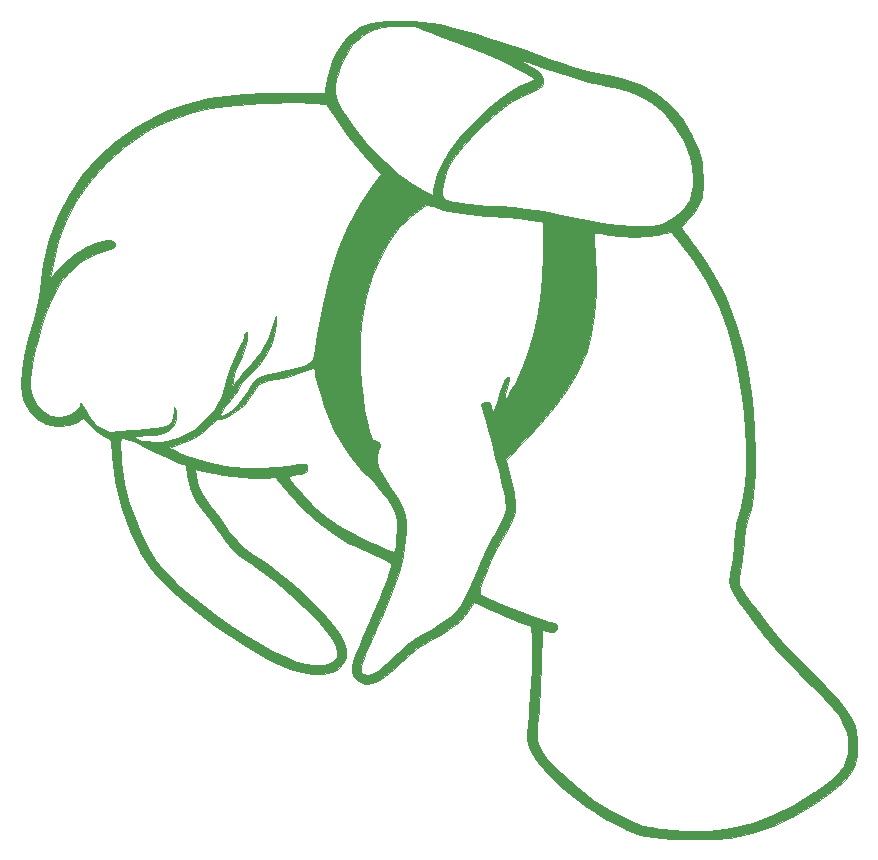
<source format=gbo>
G04 #@! TF.GenerationSoftware,KiCad,Pcbnew,(5.1.4-0)*
G04 #@! TF.CreationDate,2021-03-11T23:06:33-05:00*
G04 #@! TF.ProjectId,mxnatee_bot_plate,6d786e61-7465-4655-9f62-6f745f706c61,rev?*
G04 #@! TF.SameCoordinates,Original*
G04 #@! TF.FileFunction,Legend,Bot*
G04 #@! TF.FilePolarity,Positive*
%FSLAX46Y46*%
G04 Gerber Fmt 4.6, Leading zero omitted, Abs format (unit mm)*
G04 Created by KiCad (PCBNEW (5.1.4-0)) date 2021-03-11 23:06:33*
%MOMM*%
%LPD*%
G04 APERTURE LIST*
%ADD10C,0.010000*%
%ADD11C,4.502000*%
G04 APERTURE END LIST*
D10*
G36*
X64988799Y-25769696D02*
G01*
X64072617Y-25866826D01*
X63306999Y-26046456D01*
X62643991Y-26319146D01*
X62149362Y-26615416D01*
X61598787Y-27088984D01*
X61052516Y-27727238D01*
X60574271Y-28447911D01*
X60287265Y-29019500D01*
X60120760Y-29486742D01*
X59956111Y-30068692D01*
X59815283Y-30672813D01*
X59720243Y-31206570D01*
X59691878Y-31527750D01*
X59690000Y-31877000D01*
X56509995Y-31876999D01*
X54560871Y-31902799D01*
X52826517Y-31984050D01*
X51272606Y-32126532D01*
X49864814Y-32336022D01*
X48568813Y-32618301D01*
X47350278Y-32979145D01*
X46174883Y-33424335D01*
X45475432Y-33734637D01*
X43619175Y-34735476D01*
X41933307Y-35920405D01*
X40424860Y-37279015D01*
X39100865Y-38800895D01*
X37968355Y-40475636D01*
X37034360Y-42292828D01*
X36305913Y-44242061D01*
X35790045Y-46312925D01*
X35493787Y-48495011D01*
X35492231Y-48514000D01*
X35409911Y-49142594D01*
X35264284Y-49897775D01*
X35078276Y-50667212D01*
X34986813Y-50990500D01*
X34517273Y-52679016D01*
X34181471Y-54155761D01*
X33978952Y-55424623D01*
X33909262Y-56489489D01*
X33971947Y-57354246D01*
X34165383Y-58020210D01*
X34663647Y-58880879D01*
X35274554Y-59514085D01*
X35999032Y-59920480D01*
X36838012Y-60100716D01*
X37147607Y-60110611D01*
X37994639Y-60001932D01*
X38707552Y-59700193D01*
X38993153Y-59489476D01*
X39123398Y-59420053D01*
X39264871Y-59479788D01*
X39466678Y-59701492D01*
X39628153Y-59913757D01*
X40235312Y-60527282D01*
X40780750Y-60871864D01*
X41493000Y-61235798D01*
X41579582Y-62590149D01*
X41844314Y-64767164D01*
X42353560Y-66881575D01*
X43102509Y-68919163D01*
X44086350Y-70865709D01*
X44728527Y-71896374D01*
X45406941Y-72774392D01*
X46318015Y-73728211D01*
X47454123Y-74751304D01*
X48807636Y-75837143D01*
X50370929Y-76979200D01*
X51808526Y-77956033D01*
X53241063Y-78867965D01*
X54519381Y-79609070D01*
X55666872Y-80190098D01*
X56706928Y-80621799D01*
X57662942Y-80914925D01*
X58558304Y-81080225D01*
X58622593Y-81087650D01*
X59475753Y-81096585D01*
X60204678Y-80934244D01*
X60785989Y-80618408D01*
X61196305Y-80166855D01*
X61412247Y-79597364D01*
X61414418Y-79237634D01*
X60699167Y-79237634D01*
X60623821Y-79646549D01*
X60480695Y-79879101D01*
X60104181Y-80150533D01*
X59540220Y-80291296D01*
X58819411Y-80300999D01*
X57972353Y-80179247D01*
X57029647Y-79925649D01*
X57023000Y-79923480D01*
X56139782Y-79577810D01*
X55128734Y-79085098D01*
X54022881Y-78469258D01*
X52855246Y-77754203D01*
X51658854Y-76963847D01*
X50466729Y-76122102D01*
X49311895Y-75252882D01*
X48227376Y-74380102D01*
X47246195Y-73527674D01*
X46401377Y-72719511D01*
X45725947Y-71979528D01*
X45334113Y-71459288D01*
X44703101Y-70401543D01*
X44088407Y-69176325D01*
X43526676Y-67869344D01*
X43054557Y-66566313D01*
X42708697Y-65352942D01*
X42691178Y-65278000D01*
X42614899Y-64869249D01*
X42537244Y-64322463D01*
X42463357Y-63693930D01*
X42398385Y-63039938D01*
X42347472Y-62416775D01*
X42315763Y-61880729D01*
X42308405Y-61488088D01*
X42327693Y-61301562D01*
X42387208Y-61179212D01*
X42473849Y-61104453D01*
X42614523Y-61086364D01*
X42836137Y-61134025D01*
X43165596Y-61256516D01*
X43629808Y-61462916D01*
X44255678Y-61762304D01*
X45070114Y-62163759D01*
X45466000Y-62360572D01*
X46042238Y-62639962D01*
X46604918Y-62900084D01*
X47071813Y-63103481D01*
X47267138Y-63181003D01*
X47861775Y-63400929D01*
X47945141Y-64244214D01*
X48177791Y-65318542D01*
X48655326Y-66357131D01*
X49369224Y-67341618D01*
X49397178Y-67373500D01*
X49791142Y-67851620D01*
X50234443Y-68437627D01*
X50644988Y-69022051D01*
X50730555Y-69151500D01*
X51077623Y-69662342D01*
X51413304Y-70094163D01*
X51778838Y-70485154D01*
X52215470Y-70873506D01*
X52764440Y-71297411D01*
X53466993Y-71795060D01*
X53918748Y-72103828D01*
X55374790Y-73178847D01*
X56855755Y-74437152D01*
X58299070Y-75823571D01*
X59106278Y-76677824D01*
X59802803Y-77489385D01*
X60295739Y-78175545D01*
X60592167Y-78752797D01*
X60699167Y-79237634D01*
X61414418Y-79237634D01*
X61416074Y-78963411D01*
X61275624Y-78431827D01*
X60998253Y-77858666D01*
X60566148Y-77217334D01*
X59961497Y-76481236D01*
X59208080Y-75666877D01*
X58021357Y-74473843D01*
X56922522Y-73455204D01*
X55864347Y-72570278D01*
X54799600Y-71778382D01*
X54292500Y-71432750D01*
X53473612Y-70873471D01*
X52833523Y-70393310D01*
X52327533Y-69950710D01*
X51910939Y-69504110D01*
X51539039Y-69011952D01*
X51304359Y-68654700D01*
X50935102Y-68112236D01*
X50483631Y-67510390D01*
X50043341Y-66973292D01*
X50014360Y-66940200D01*
X49365730Y-66074776D01*
X48935728Y-65180059D01*
X48705339Y-64275009D01*
X48612342Y-63716518D01*
X48975921Y-63794094D01*
X49285733Y-63860089D01*
X49742943Y-63957357D01*
X50228500Y-64060575D01*
X50994127Y-64199779D01*
X51850830Y-64317231D01*
X52727570Y-64406632D01*
X53553306Y-64461684D01*
X54256999Y-64476087D01*
X54676415Y-64454951D01*
X55441330Y-64374959D01*
X56327415Y-65477544D01*
X57685161Y-67000857D01*
X59136891Y-68313472D01*
X60664594Y-69400022D01*
X61468000Y-69862606D01*
X61802629Y-70030154D01*
X62304959Y-70269074D01*
X62909975Y-70548954D01*
X63552664Y-70839383D01*
X63626601Y-70872330D01*
X64286187Y-71179222D01*
X64797012Y-71444568D01*
X65129274Y-71651716D01*
X65252706Y-71780950D01*
X65223913Y-72018479D01*
X65094383Y-72463521D01*
X64872463Y-73094209D01*
X64566503Y-73888672D01*
X64184850Y-74825042D01*
X63735854Y-75881451D01*
X63359053Y-76741367D01*
X62875119Y-77844747D01*
X62496124Y-78745362D01*
X62216828Y-79469305D01*
X62031989Y-80042670D01*
X61936365Y-80491550D01*
X61924716Y-80842038D01*
X61991801Y-81120229D01*
X62132377Y-81352214D01*
X62341204Y-81564089D01*
X62383117Y-81599986D01*
X62759684Y-81842184D01*
X63159213Y-81935121D01*
X63604867Y-81869409D01*
X64119813Y-81635656D01*
X64727215Y-81224473D01*
X65450238Y-80626470D01*
X65986502Y-80139362D01*
X66764031Y-79445475D01*
X67469040Y-78890997D01*
X68184148Y-78414221D01*
X68697415Y-78114579D01*
X69522881Y-77642787D01*
X70162707Y-77246469D01*
X70660493Y-76891716D01*
X71059840Y-76544623D01*
X71404351Y-76171280D01*
X71716952Y-75766379D01*
X72298483Y-74964523D01*
X73709492Y-75630706D01*
X74375180Y-75936628D01*
X75071969Y-76242970D01*
X75706006Y-76509138D01*
X76089032Y-76659908D01*
X77057563Y-77022927D01*
X77141936Y-78034641D01*
X77175816Y-78747691D01*
X77179447Y-79654014D01*
X77155149Y-80694981D01*
X77105240Y-81811960D01*
X77032039Y-82946322D01*
X76937865Y-84039436D01*
X76884442Y-84545107D01*
X76798618Y-85394808D01*
X76763807Y-86052930D01*
X76786331Y-86577929D01*
X76872516Y-87028265D01*
X77028687Y-87462394D01*
X77249120Y-87915886D01*
X77548237Y-88369887D01*
X78015358Y-88935716D01*
X78612646Y-89576383D01*
X79302266Y-90254899D01*
X80046381Y-90934277D01*
X80807155Y-91577526D01*
X81546752Y-92147659D01*
X81664643Y-92232506D01*
X82481509Y-92775585D01*
X83381530Y-93309079D01*
X84309414Y-93805212D01*
X85209870Y-94236208D01*
X86027607Y-94574293D01*
X86707333Y-94791690D01*
X86804500Y-94814497D01*
X87381733Y-94906140D01*
X88154310Y-94978951D01*
X89064210Y-95031986D01*
X90053407Y-95064299D01*
X91063879Y-95074947D01*
X92037601Y-95062986D01*
X92916550Y-95027472D01*
X93642701Y-94967459D01*
X93916500Y-94930232D01*
X95814124Y-94522809D01*
X97612058Y-93922761D01*
X99355876Y-93111568D01*
X101091154Y-92070709D01*
X101301669Y-91929022D01*
X102260215Y-91250273D01*
X103015822Y-90652311D01*
X103596035Y-90109185D01*
X104028401Y-89594948D01*
X104340466Y-89083649D01*
X104356633Y-89051141D01*
X104534832Y-88653870D01*
X104641773Y-88295764D01*
X104694762Y-87885840D01*
X104711104Y-87333115D01*
X104711500Y-87185500D01*
X104708982Y-87103634D01*
X103943679Y-87103634D01*
X103913752Y-87747005D01*
X103800075Y-88309081D01*
X103579304Y-88822313D01*
X103228096Y-89319153D01*
X102723107Y-89832053D01*
X102040993Y-90393465D01*
X101158411Y-91035841D01*
X101071423Y-91096594D01*
X99342714Y-92188388D01*
X97619216Y-93044043D01*
X95863828Y-93677869D01*
X94039445Y-94104178D01*
X92837000Y-94272747D01*
X92076179Y-94323770D01*
X91150697Y-94338992D01*
X90147070Y-94320365D01*
X89151818Y-94269840D01*
X88251457Y-94189370D01*
X88051377Y-94164808D01*
X87255133Y-94044500D01*
X86610870Y-93903149D01*
X86016641Y-93713730D01*
X85398693Y-93461612D01*
X83880931Y-92691098D01*
X82350273Y-91715502D01*
X80861817Y-90574475D01*
X79470657Y-89307665D01*
X79097929Y-88927290D01*
X78482745Y-88255934D01*
X78041756Y-87688399D01*
X77754564Y-87165259D01*
X77600772Y-86627089D01*
X77559979Y-86014463D01*
X77611789Y-85267957D01*
X77672799Y-84775567D01*
X77731968Y-84228258D01*
X77790886Y-83486996D01*
X77845928Y-82611806D01*
X77893471Y-81662714D01*
X77929891Y-80699744D01*
X77939781Y-80353527D01*
X78017775Y-77331554D01*
X78410638Y-77419022D01*
X78826161Y-77497601D01*
X79064173Y-77486688D01*
X79191007Y-77367899D01*
X79256522Y-77184579D01*
X79296225Y-76985892D01*
X79243936Y-76859362D01*
X79049226Y-76760741D01*
X78661669Y-76645783D01*
X78633679Y-76638086D01*
X77958478Y-76433797D01*
X77163814Y-76163362D01*
X76301465Y-75847409D01*
X75423206Y-75506565D01*
X74580812Y-75161460D01*
X73826060Y-74832721D01*
X73210724Y-74540977D01*
X72793687Y-74311364D01*
X72751382Y-74143429D01*
X72810125Y-73791027D01*
X72953626Y-73294964D01*
X73165593Y-72696045D01*
X73429735Y-72035076D01*
X73729764Y-71352863D01*
X74049386Y-70690210D01*
X74372313Y-70087924D01*
X74676441Y-69595351D01*
X75172423Y-68796130D01*
X75510479Y-68062137D01*
X75697369Y-67338995D01*
X75739848Y-66572328D01*
X75644675Y-65707760D01*
X75418607Y-64690915D01*
X75327839Y-64353686D01*
X74948349Y-62984873D01*
X76262738Y-61623186D01*
X77816401Y-59936599D01*
X79133970Y-58340355D01*
X80216286Y-56833260D01*
X81064185Y-55414120D01*
X81678508Y-54081742D01*
X81802987Y-53740940D01*
X82201601Y-52285604D01*
X82466615Y-50636444D01*
X82595781Y-48817040D01*
X82586847Y-46850971D01*
X82542058Y-45997543D01*
X82498214Y-45277476D01*
X82466852Y-44649109D01*
X82449521Y-44154689D01*
X82447770Y-43836463D01*
X82459171Y-43736496D01*
X82603525Y-43729471D01*
X82937653Y-43762953D01*
X83401771Y-43830155D01*
X83646881Y-43871297D01*
X84730542Y-44008302D01*
X85842439Y-44055151D01*
X86901314Y-44012630D01*
X87825907Y-43881525D01*
X88050909Y-43828723D01*
X88916318Y-43603089D01*
X89465005Y-44248794D01*
X90840603Y-46030134D01*
X92010183Y-47901384D01*
X92984011Y-49885631D01*
X93772356Y-52005964D01*
X94385486Y-54285470D01*
X94733660Y-56095851D01*
X94967029Y-57643232D01*
X95132347Y-59033082D01*
X95237114Y-60350370D01*
X95288829Y-61680069D01*
X95297459Y-62484000D01*
X95275929Y-63822363D01*
X95201389Y-64965565D01*
X95067169Y-65968183D01*
X94866599Y-66884792D01*
X94684448Y-67500500D01*
X94475425Y-68353251D01*
X94342090Y-69373671D01*
X94318365Y-69708193D01*
X94261147Y-70412816D01*
X94173306Y-71164537D01*
X94070311Y-71838109D01*
X94027988Y-72059275D01*
X93919187Y-72711319D01*
X93879718Y-73256987D01*
X93900362Y-73555137D01*
X94009041Y-73853207D01*
X94253104Y-74293677D01*
X94639054Y-74886038D01*
X95173390Y-75639782D01*
X95862616Y-76564398D01*
X96713233Y-77669379D01*
X96759062Y-77728180D01*
X97103301Y-78141930D01*
X97595248Y-78694722D01*
X98199877Y-79349174D01*
X98882167Y-80067905D01*
X99607092Y-80813533D01*
X100324810Y-81534000D01*
X101099039Y-82303622D01*
X101714442Y-82923815D01*
X102194655Y-83421853D01*
X102563312Y-83825011D01*
X102844049Y-84160563D01*
X103060500Y-84455783D01*
X103236300Y-84737946D01*
X103395085Y-85034326D01*
X103445426Y-85135134D01*
X103694169Y-85664370D01*
X103842750Y-86074161D01*
X103916791Y-86465729D01*
X103941911Y-86940298D01*
X103943679Y-87103634D01*
X104708982Y-87103634D01*
X104692114Y-86555262D01*
X104623014Y-85984391D01*
X104487786Y-85446401D01*
X104270017Y-84914806D01*
X103953294Y-84363122D01*
X103521203Y-83764862D01*
X102957331Y-83093542D01*
X102245265Y-82322676D01*
X101368590Y-81425778D01*
X100776315Y-80835500D01*
X99520182Y-79565127D01*
X98455759Y-78430368D01*
X97569838Y-77416752D01*
X96951012Y-76644500D01*
X96272060Y-75751069D01*
X95735822Y-75036198D01*
X95327516Y-74479174D01*
X95032356Y-74059283D01*
X94835558Y-73755813D01*
X94722338Y-73548050D01*
X94696884Y-73486391D01*
X94684680Y-73267700D01*
X94719121Y-72864464D01*
X94793255Y-72340420D01*
X94867285Y-71924194D01*
X94979071Y-71257592D01*
X95066062Y-70572622D01*
X95115887Y-69975132D01*
X95123000Y-69736434D01*
X95190170Y-68914118D01*
X95372689Y-68148087D01*
X95376189Y-68137857D01*
X95611486Y-67388804D01*
X95790396Y-66651572D01*
X95919240Y-65875150D01*
X96004337Y-65008523D01*
X96052007Y-64000680D01*
X96068568Y-62800608D01*
X96068720Y-62547500D01*
X95998190Y-60178318D01*
X95796270Y-57849699D01*
X95469767Y-55598489D01*
X95025490Y-53461532D01*
X94470246Y-51475677D01*
X93810844Y-49677768D01*
X93602515Y-49199897D01*
X93095596Y-48189722D01*
X92449104Y-47071082D01*
X91705325Y-45912838D01*
X90906544Y-44783846D01*
X90818089Y-44665666D01*
X90440187Y-44158427D01*
X90124690Y-43724899D01*
X89899787Y-43404585D01*
X89793667Y-43236984D01*
X89789000Y-43223629D01*
X89876720Y-43105877D01*
X90103676Y-42878831D01*
X90339839Y-42663654D01*
X90829823Y-42111493D01*
X91239664Y-41415475D01*
X91257207Y-41377643D01*
X91421924Y-40995573D01*
X91528013Y-40665458D01*
X91587755Y-40312285D01*
X91613429Y-39861039D01*
X91617318Y-39236709D01*
X91617067Y-39179500D01*
X91613489Y-39011083D01*
X90789163Y-39011083D01*
X90766766Y-39758429D01*
X90679600Y-40430275D01*
X90530683Y-40948048D01*
X90496439Y-41021000D01*
X89960421Y-41793893D01*
X89229415Y-42408016D01*
X88311170Y-42857607D01*
X87820500Y-43009557D01*
X87243565Y-43102747D01*
X86478262Y-43142414D01*
X85583878Y-43131478D01*
X84619694Y-43072859D01*
X83644995Y-42969474D01*
X82719065Y-42824244D01*
X82659775Y-42812093D01*
X78137887Y-42812093D01*
X78072746Y-45567796D01*
X77991372Y-47545157D01*
X77839899Y-49316240D01*
X77608811Y-50921435D01*
X77288587Y-52401135D01*
X76869712Y-53795729D01*
X76342665Y-55145611D01*
X75697930Y-56491170D01*
X75344141Y-57146857D01*
X75120788Y-57523141D01*
X74945484Y-57773301D01*
X74850377Y-57852531D01*
X74843870Y-57844109D01*
X74855299Y-57667505D01*
X74924469Y-57319748D01*
X75036789Y-56873166D01*
X75047828Y-56833078D01*
X75159578Y-56392684D01*
X75225650Y-56055846D01*
X75233316Y-55888864D01*
X75230058Y-55883724D01*
X75106158Y-55906934D01*
X74932133Y-56125151D01*
X74734451Y-56491203D01*
X74539577Y-56957919D01*
X74412700Y-57340500D01*
X74262064Y-57830706D01*
X74118522Y-58263536D01*
X74012989Y-58545793D01*
X74012465Y-58547000D01*
X73874425Y-58864500D01*
X73746966Y-58445213D01*
X73630415Y-58161303D01*
X73460611Y-58059983D01*
X73227004Y-58064213D01*
X72941315Y-58137427D01*
X72879247Y-58287992D01*
X72880395Y-58293000D01*
X72929667Y-58482887D01*
X73031286Y-58864718D01*
X73171024Y-59385319D01*
X73334651Y-59991513D01*
X73356168Y-60071000D01*
X73752808Y-61540637D01*
X74085185Y-62787760D01*
X74357249Y-63834524D01*
X74572952Y-64703083D01*
X74736247Y-65415591D01*
X74851085Y-65994204D01*
X74921417Y-66461075D01*
X74951196Y-66838360D01*
X74944372Y-67148211D01*
X74904899Y-67412785D01*
X74836728Y-67654236D01*
X74749348Y-67881500D01*
X74579366Y-68226777D01*
X74315122Y-68695418D01*
X74005861Y-69201211D01*
X73915132Y-69342000D01*
X73618804Y-69850205D01*
X73275918Y-70525776D01*
X72921637Y-71295582D01*
X72591125Y-72086493D01*
X72571651Y-72136000D01*
X72194480Y-73084706D01*
X71882260Y-73831797D01*
X71615586Y-74415242D01*
X71375055Y-74873008D01*
X71141262Y-75243065D01*
X70894804Y-75563380D01*
X70717460Y-75764158D01*
X70192021Y-76246194D01*
X69479024Y-76770287D01*
X68632407Y-77299788D01*
X67774155Y-77764078D01*
X67334325Y-78033002D01*
X66782822Y-78443268D01*
X66179319Y-78948715D01*
X65819793Y-79275918D01*
X65312275Y-79744312D01*
X64820164Y-80183482D01*
X64398864Y-80544890D01*
X64103783Y-80779999D01*
X64098333Y-80783961D01*
X63612267Y-81057394D01*
X63187822Y-81145870D01*
X62864619Y-81046229D01*
X62734672Y-80892780D01*
X62681824Y-80763717D01*
X62664625Y-80609216D01*
X62692823Y-80400360D01*
X62776167Y-80108230D01*
X62924405Y-79703910D01*
X63147284Y-79158482D01*
X63454552Y-78443029D01*
X63855957Y-77528632D01*
X63909883Y-77406500D01*
X64538896Y-75962170D01*
X65060732Y-74713595D01*
X65484459Y-73630690D01*
X65819145Y-72683371D01*
X66073857Y-71841553D01*
X66257663Y-71075152D01*
X66379631Y-70354083D01*
X66448829Y-69648262D01*
X66474323Y-68927605D01*
X66474566Y-68897500D01*
X66473762Y-68834000D01*
X65718854Y-68834000D01*
X65697068Y-69658193D01*
X65638264Y-70256144D01*
X65543800Y-70619261D01*
X65417848Y-70739000D01*
X65269671Y-70688942D01*
X64933559Y-70550967D01*
X64452307Y-70343370D01*
X63868705Y-70084447D01*
X63542099Y-69937010D01*
X62088486Y-69229617D01*
X60836869Y-68509854D01*
X59736433Y-67740823D01*
X58736361Y-66885622D01*
X57785839Y-65907350D01*
X57428980Y-65497923D01*
X57061904Y-65058804D01*
X56765186Y-64691008D01*
X56572306Y-64436886D01*
X56515000Y-64341684D01*
X56618052Y-64270206D01*
X56699249Y-64262000D01*
X56924612Y-64236513D01*
X57294065Y-64171550D01*
X57524749Y-64124476D01*
X57906853Y-64026876D01*
X58098864Y-63918763D01*
X58162573Y-63756918D01*
X58166000Y-63675990D01*
X58105548Y-63413567D01*
X57999427Y-63301107D01*
X57807583Y-63292750D01*
X57430256Y-63323119D01*
X56931963Y-63386050D01*
X56634177Y-63431583D01*
X55535620Y-63558389D01*
X54305119Y-63615085D01*
X53045569Y-63601774D01*
X51859865Y-63518560D01*
X51171630Y-63426051D01*
X50457965Y-63280951D01*
X49643314Y-63074952D01*
X48800777Y-62830323D01*
X48003452Y-62569333D01*
X47324441Y-62314250D01*
X46916031Y-62129654D01*
X46455556Y-61893416D01*
X47326028Y-61608721D01*
X48392901Y-61162956D01*
X49311927Y-60556242D01*
X49905693Y-60013928D01*
X50241993Y-59710188D01*
X50548265Y-59500401D01*
X50731193Y-59434759D01*
X51114074Y-59352919D01*
X51599773Y-59139932D01*
X52107563Y-58840227D01*
X52556718Y-58498234D01*
X52720493Y-58339930D01*
X53044853Y-57954832D01*
X53402653Y-57472970D01*
X53635258Y-57125141D01*
X53830827Y-56822760D01*
X54008092Y-56601224D01*
X54213170Y-56438706D01*
X54492178Y-56313375D01*
X54891233Y-56203402D01*
X55456450Y-56086958D01*
X56070610Y-55972378D01*
X56693576Y-55825178D01*
X57348117Y-55619946D01*
X57889861Y-55402280D01*
X58351798Y-55204050D01*
X58640113Y-55129154D01*
X58730923Y-55164123D01*
X58772739Y-55357469D01*
X58844172Y-55718449D01*
X58920338Y-56118891D01*
X59066594Y-56721498D01*
X59301344Y-57483026D01*
X59599211Y-58335349D01*
X59934822Y-59210342D01*
X60282801Y-60039880D01*
X60617773Y-60755835D01*
X60723506Y-60960000D01*
X61224057Y-61805919D01*
X61814146Y-62659937D01*
X62439072Y-63449900D01*
X63044130Y-64103658D01*
X63255412Y-64299563D01*
X63777101Y-64818835D01*
X64340263Y-65479452D01*
X64876252Y-66193871D01*
X65316421Y-66874549D01*
X65420037Y-67060047D01*
X65568168Y-67375457D01*
X65658733Y-67692825D01*
X65704646Y-68088812D01*
X65718818Y-68640081D01*
X65718854Y-68834000D01*
X66473762Y-68834000D01*
X66465673Y-68195957D01*
X66412833Y-67628399D01*
X66293640Y-67132423D01*
X66085692Y-66645630D01*
X65766583Y-66105618D01*
X65313911Y-65449984D01*
X65160612Y-65237789D01*
X64611289Y-64424855D01*
X64247615Y-63740326D01*
X64059702Y-63150491D01*
X64037660Y-62621641D01*
X64171601Y-62120069D01*
X64216488Y-62019531D01*
X64335609Y-61639317D01*
X64251844Y-61405137D01*
X63956890Y-61299763D01*
X63865959Y-61292316D01*
X63734548Y-61258960D01*
X63620284Y-61153497D01*
X63513127Y-60945554D01*
X63403036Y-60604758D01*
X63279971Y-60100738D01*
X63133891Y-59403121D01*
X62979391Y-58610500D01*
X62825131Y-57589022D01*
X62713279Y-56401594D01*
X62645672Y-55122836D01*
X62624147Y-53827367D01*
X62650541Y-52589805D01*
X62726691Y-51484768D01*
X62790982Y-50956877D01*
X63148908Y-49101587D01*
X63652256Y-47386615D01*
X64292158Y-45828942D01*
X65059742Y-44445553D01*
X65946139Y-43253429D01*
X66942479Y-42269555D01*
X67576044Y-41795129D01*
X67977126Y-41532503D01*
X68239735Y-41392583D01*
X68436401Y-41356674D01*
X68639655Y-41406085D01*
X68812722Y-41476387D01*
X69636341Y-41757948D01*
X70642743Y-41982740D01*
X71852955Y-42154362D01*
X73288002Y-42276414D01*
X73593527Y-42294617D01*
X74964241Y-42383058D01*
X76100165Y-42482536D01*
X77020346Y-42595065D01*
X77743833Y-42722658D01*
X77835694Y-42743021D01*
X78137887Y-42812093D01*
X82659775Y-42812093D01*
X82296000Y-42737541D01*
X80863789Y-42422228D01*
X79625584Y-42164933D01*
X78530028Y-41957991D01*
X77525766Y-41793741D01*
X76561443Y-41664519D01*
X75585702Y-41562662D01*
X74547189Y-41480508D01*
X73406000Y-41411015D01*
X72623893Y-41357850D01*
X71858332Y-41286987D01*
X71177054Y-41205994D01*
X70647797Y-41122443D01*
X70460341Y-41081820D01*
X70003676Y-40955782D01*
X69736332Y-40842049D01*
X69598487Y-40703508D01*
X69530769Y-40505115D01*
X69520837Y-40100381D01*
X69611762Y-39552481D01*
X69782622Y-38941152D01*
X70012495Y-38346132D01*
X70188999Y-37996486D01*
X70693141Y-37226874D01*
X71364866Y-36368520D01*
X72158426Y-35470543D01*
X73028072Y-34582061D01*
X73928053Y-33752191D01*
X74812622Y-33030051D01*
X74819985Y-33024485D01*
X75474312Y-32579398D01*
X76173894Y-32183907D01*
X76724985Y-31934105D01*
X77339999Y-31682476D01*
X77747390Y-31467881D01*
X77984791Y-31261288D01*
X78089836Y-31033666D01*
X78105000Y-30869574D01*
X78070830Y-30678243D01*
X77305132Y-30678243D01*
X77218414Y-30785041D01*
X76949591Y-30923604D01*
X76647674Y-31033796D01*
X76064734Y-31289500D01*
X75362112Y-31713669D01*
X74576856Y-32274887D01*
X73746012Y-32941738D01*
X72906628Y-33682809D01*
X72095750Y-34466682D01*
X71350427Y-35261943D01*
X70707705Y-36037176D01*
X70636129Y-36131500D01*
X70048638Y-36988861D01*
X69551821Y-37861249D01*
X69171655Y-38694813D01*
X68934121Y-39435703D01*
X68873605Y-39784968D01*
X68825234Y-40176070D01*
X68777227Y-40440337D01*
X68747673Y-40513000D01*
X68614583Y-40460467D01*
X68334437Y-40327138D01*
X68162191Y-40240789D01*
X66901894Y-39490290D01*
X65871226Y-38710584D01*
X64400567Y-38710584D01*
X63644002Y-39707042D01*
X62572254Y-41298130D01*
X61619322Y-43093359D01*
X60783688Y-45097153D01*
X60063836Y-47313933D01*
X59458248Y-49748122D01*
X58965406Y-52404143D01*
X58734855Y-54015138D01*
X58671568Y-54385465D01*
X58557915Y-54604906D01*
X58324009Y-54763450D01*
X58061711Y-54881920D01*
X57558449Y-55063204D01*
X56888069Y-55256794D01*
X56135245Y-55441580D01*
X55384651Y-55596451D01*
X54841189Y-55684827D01*
X54358009Y-55797764D01*
X53958696Y-56016360D01*
X53593246Y-56381964D01*
X53211656Y-56935926D01*
X53097027Y-57127149D01*
X52662180Y-57778499D01*
X52182947Y-58346317D01*
X51698733Y-58793913D01*
X51248941Y-59084600D01*
X50890094Y-59182000D01*
X50752827Y-59163610D01*
X50750769Y-59069808D01*
X50891173Y-58842646D01*
X50941741Y-58769250D01*
X51210190Y-58410095D01*
X51537569Y-58008331D01*
X51644439Y-57884809D01*
X51958139Y-57476205D01*
X52267332Y-56991108D01*
X52376358Y-56790989D01*
X52657013Y-56358057D01*
X53045811Y-55902566D01*
X53328413Y-55635701D01*
X53999241Y-54955289D01*
X54582508Y-54135209D01*
X55046373Y-53238934D01*
X55359000Y-52329938D01*
X55488551Y-51471695D01*
X55489953Y-51326372D01*
X55480905Y-50736500D01*
X55254547Y-51527894D01*
X54821552Y-52731674D01*
X54242379Y-53776099D01*
X53474722Y-54733601D01*
X53241278Y-54975012D01*
X52813517Y-55429687D01*
X52432596Y-55882987D01*
X52152089Y-56268791D01*
X52054682Y-56439483D01*
X51812542Y-56959500D01*
X51887214Y-56134000D01*
X52029186Y-55359752D01*
X52328847Y-54666414D01*
X52346798Y-54634697D01*
X52591034Y-54145474D01*
X52799317Y-53615068D01*
X52959332Y-53093907D01*
X53058765Y-52632418D01*
X53085301Y-52281028D01*
X53026624Y-52090164D01*
X52973134Y-52070000D01*
X52878696Y-52181148D01*
X52789307Y-52455605D01*
X52774571Y-52526808D01*
X52677316Y-52840839D01*
X52488603Y-53299286D01*
X52241361Y-53825106D01*
X52109590Y-54082558D01*
X51678803Y-55023493D01*
X51361777Y-55969627D01*
X51296355Y-56235339D01*
X50896170Y-57515936D01*
X50301081Y-58633795D01*
X49512596Y-59587231D01*
X48532223Y-60374561D01*
X47361470Y-60994101D01*
X46863000Y-61186581D01*
X46293889Y-61356748D01*
X45769083Y-61431530D01*
X45148691Y-61429812D01*
X45085000Y-61426635D01*
X44561998Y-61378552D01*
X44091817Y-61299697D01*
X43772948Y-61206763D01*
X43764263Y-61202767D01*
X43396025Y-61028926D01*
X43700763Y-60943622D01*
X43991685Y-60895408D01*
X44427969Y-60859183D01*
X44790983Y-60845659D01*
X45277453Y-60816765D01*
X45713037Y-60755384D01*
X45933983Y-60697920D01*
X46460765Y-60395713D01*
X46844220Y-59970060D01*
X47053359Y-59475794D01*
X47057196Y-58967751D01*
X47005978Y-58801000D01*
X46879101Y-58483500D01*
X46871051Y-58824482D01*
X46815941Y-59319391D01*
X46657287Y-59693542D01*
X46365335Y-59965225D01*
X45910336Y-60152728D01*
X45262539Y-60274341D01*
X44392191Y-60348351D01*
X44392116Y-60348356D01*
X43717191Y-60390986D01*
X43063751Y-60439760D01*
X42513745Y-60488150D01*
X42193458Y-60523484D01*
X41467317Y-60536817D01*
X40832698Y-60359851D01*
X40263857Y-59976067D01*
X39735048Y-59368944D01*
X39298230Y-58665722D01*
X39095238Y-58312803D01*
X38959384Y-58107432D01*
X38913921Y-58083727D01*
X38919282Y-58109742D01*
X38887395Y-58391064D01*
X38640530Y-58697474D01*
X38182988Y-59061601D01*
X37736239Y-59250062D01*
X37186491Y-59308540D01*
X37117214Y-59309000D01*
X36391599Y-59189088D01*
X35755509Y-58839070D01*
X35230295Y-58273518D01*
X34985684Y-57854113D01*
X34814517Y-57481966D01*
X34716380Y-57174276D01*
X34677960Y-56843508D01*
X34685947Y-56402129D01*
X34708556Y-56031719D01*
X34769494Y-55489351D01*
X34883752Y-54786050D01*
X35036044Y-54005443D01*
X35211080Y-53231156D01*
X35247072Y-53086000D01*
X35636093Y-51654023D01*
X36031451Y-50439534D01*
X36450064Y-49406242D01*
X36908849Y-48517856D01*
X37424726Y-47738084D01*
X38014613Y-47030634D01*
X38124303Y-46914080D01*
X38880992Y-46221255D01*
X39669025Y-45719575D01*
X40578709Y-45355999D01*
X40964980Y-45245655D01*
X41426374Y-45115946D01*
X41692026Y-45007332D01*
X41814481Y-44887324D01*
X41846281Y-44723438D01*
X41846500Y-44700622D01*
X41777196Y-44463881D01*
X41553962Y-44350411D01*
X41153817Y-44357243D01*
X40553779Y-44481408D01*
X40420902Y-44516494D01*
X39430273Y-44903214D01*
X38445352Y-45513884D01*
X37504738Y-46320596D01*
X36736400Y-47180500D01*
X36497168Y-47456043D01*
X36386791Y-47513444D01*
X36383773Y-47434500D01*
X36430867Y-47179788D01*
X36505094Y-46769735D01*
X36579341Y-46355000D01*
X37048474Y-44433123D01*
X37749993Y-42595821D01*
X38671455Y-40860034D01*
X39800416Y-39242701D01*
X41124433Y-37760764D01*
X42631062Y-36431164D01*
X44307859Y-35270840D01*
X45025155Y-34856964D01*
X45953756Y-34409983D01*
X47056041Y-33976979D01*
X48251996Y-33584330D01*
X49461609Y-33258417D01*
X50554803Y-33033920D01*
X51266065Y-32938327D01*
X52171598Y-32852624D01*
X53211782Y-32779257D01*
X54326996Y-32720672D01*
X55457620Y-32679315D01*
X56544035Y-32657631D01*
X57526620Y-32658067D01*
X58345755Y-32683069D01*
X58637168Y-32702330D01*
X59753500Y-32793430D01*
X60316910Y-33689627D01*
X61495868Y-35408952D01*
X62777362Y-36991742D01*
X63386168Y-37653963D01*
X64400567Y-38710584D01*
X65871226Y-38710584D01*
X65624475Y-38523916D01*
X64363525Y-37374679D01*
X63152636Y-36075589D01*
X62025399Y-34659657D01*
X61106688Y-33307138D01*
X60756518Y-32713343D01*
X60546217Y-32233053D01*
X60461971Y-31781526D01*
X60489968Y-31274019D01*
X60616396Y-30625790D01*
X60647697Y-30491201D01*
X60990028Y-29413955D01*
X61471631Y-28447393D01*
X62060900Y-27652703D01*
X62175707Y-27532890D01*
X62863832Y-26955509D01*
X63615232Y-26562874D01*
X64513027Y-26312329D01*
X64577975Y-26300030D01*
X65071303Y-26231692D01*
X65642825Y-26187239D01*
X66230417Y-26167091D01*
X66771953Y-26171668D01*
X67205308Y-26201389D01*
X67468357Y-26256672D01*
X67506851Y-26280252D01*
X67661989Y-26361462D01*
X68013761Y-26510331D01*
X68519339Y-26709816D01*
X69135894Y-26942874D01*
X69596000Y-27111585D01*
X70718085Y-27530021D01*
X71832320Y-27967784D01*
X72912412Y-28412709D01*
X73932068Y-28852633D01*
X74864996Y-29275390D01*
X75684903Y-29668817D01*
X76365496Y-30020749D01*
X76880483Y-30319021D01*
X77203572Y-30551470D01*
X77305132Y-30678243D01*
X78070830Y-30678243D01*
X78040957Y-30510978D01*
X77827494Y-30187988D01*
X77432615Y-29866669D01*
X76827717Y-29514866D01*
X76418334Y-29292297D01*
X76120008Y-29115761D01*
X75983433Y-29015738D01*
X75980939Y-29005728D01*
X76109642Y-29029554D01*
X76423209Y-29127356D01*
X76869383Y-29282064D01*
X77222752Y-29411391D01*
X78230355Y-29771983D01*
X79297264Y-30126720D01*
X80366615Y-30458698D01*
X81381547Y-30751008D01*
X82285196Y-30986744D01*
X83020701Y-31149000D01*
X83139650Y-31170631D01*
X84430200Y-31437475D01*
X85520075Y-31765406D01*
X86459853Y-32178265D01*
X87300115Y-32699896D01*
X88091439Y-33354141D01*
X88395512Y-33648181D01*
X89303618Y-34734206D01*
X90030667Y-35974206D01*
X90549542Y-37320119D01*
X90627590Y-37604173D01*
X90743777Y-38266807D01*
X90789163Y-39011083D01*
X91613489Y-39011083D01*
X91601855Y-38463488D01*
X91555114Y-37905790D01*
X91463346Y-37411360D01*
X91313052Y-36885150D01*
X91274376Y-36766500D01*
X90667951Y-35310314D01*
X89871509Y-34019146D01*
X88895680Y-32902269D01*
X87751099Y-31968958D01*
X86448396Y-31228490D01*
X84998205Y-30690139D01*
X84052095Y-30466169D01*
X83116126Y-30280157D01*
X82275333Y-30092313D01*
X81468310Y-29885383D01*
X80633652Y-29642114D01*
X79709952Y-29345253D01*
X78635805Y-28977545D01*
X78165919Y-28812296D01*
X76393453Y-28190694D01*
X74833271Y-27656044D01*
X73461321Y-27202229D01*
X72253552Y-26823132D01*
X71185912Y-26512636D01*
X70234351Y-26264624D01*
X69374817Y-26072979D01*
X68583259Y-25931585D01*
X67835625Y-25834324D01*
X67107864Y-25775079D01*
X66375925Y-25747735D01*
X66103500Y-25744502D01*
X64988799Y-25769696D01*
X64988799Y-25769696D01*
G37*
X64988799Y-25769696D02*
X64072617Y-25866826D01*
X63306999Y-26046456D01*
X62643991Y-26319146D01*
X62149362Y-26615416D01*
X61598787Y-27088984D01*
X61052516Y-27727238D01*
X60574271Y-28447911D01*
X60287265Y-29019500D01*
X60120760Y-29486742D01*
X59956111Y-30068692D01*
X59815283Y-30672813D01*
X59720243Y-31206570D01*
X59691878Y-31527750D01*
X59690000Y-31877000D01*
X56509995Y-31876999D01*
X54560871Y-31902799D01*
X52826517Y-31984050D01*
X51272606Y-32126532D01*
X49864814Y-32336022D01*
X48568813Y-32618301D01*
X47350278Y-32979145D01*
X46174883Y-33424335D01*
X45475432Y-33734637D01*
X43619175Y-34735476D01*
X41933307Y-35920405D01*
X40424860Y-37279015D01*
X39100865Y-38800895D01*
X37968355Y-40475636D01*
X37034360Y-42292828D01*
X36305913Y-44242061D01*
X35790045Y-46312925D01*
X35493787Y-48495011D01*
X35492231Y-48514000D01*
X35409911Y-49142594D01*
X35264284Y-49897775D01*
X35078276Y-50667212D01*
X34986813Y-50990500D01*
X34517273Y-52679016D01*
X34181471Y-54155761D01*
X33978952Y-55424623D01*
X33909262Y-56489489D01*
X33971947Y-57354246D01*
X34165383Y-58020210D01*
X34663647Y-58880879D01*
X35274554Y-59514085D01*
X35999032Y-59920480D01*
X36838012Y-60100716D01*
X37147607Y-60110611D01*
X37994639Y-60001932D01*
X38707552Y-59700193D01*
X38993153Y-59489476D01*
X39123398Y-59420053D01*
X39264871Y-59479788D01*
X39466678Y-59701492D01*
X39628153Y-59913757D01*
X40235312Y-60527282D01*
X40780750Y-60871864D01*
X41493000Y-61235798D01*
X41579582Y-62590149D01*
X41844314Y-64767164D01*
X42353560Y-66881575D01*
X43102509Y-68919163D01*
X44086350Y-70865709D01*
X44728527Y-71896374D01*
X45406941Y-72774392D01*
X46318015Y-73728211D01*
X47454123Y-74751304D01*
X48807636Y-75837143D01*
X50370929Y-76979200D01*
X51808526Y-77956033D01*
X53241063Y-78867965D01*
X54519381Y-79609070D01*
X55666872Y-80190098D01*
X56706928Y-80621799D01*
X57662942Y-80914925D01*
X58558304Y-81080225D01*
X58622593Y-81087650D01*
X59475753Y-81096585D01*
X60204678Y-80934244D01*
X60785989Y-80618408D01*
X61196305Y-80166855D01*
X61412247Y-79597364D01*
X61414418Y-79237634D01*
X60699167Y-79237634D01*
X60623821Y-79646549D01*
X60480695Y-79879101D01*
X60104181Y-80150533D01*
X59540220Y-80291296D01*
X58819411Y-80300999D01*
X57972353Y-80179247D01*
X57029647Y-79925649D01*
X57023000Y-79923480D01*
X56139782Y-79577810D01*
X55128734Y-79085098D01*
X54022881Y-78469258D01*
X52855246Y-77754203D01*
X51658854Y-76963847D01*
X50466729Y-76122102D01*
X49311895Y-75252882D01*
X48227376Y-74380102D01*
X47246195Y-73527674D01*
X46401377Y-72719511D01*
X45725947Y-71979528D01*
X45334113Y-71459288D01*
X44703101Y-70401543D01*
X44088407Y-69176325D01*
X43526676Y-67869344D01*
X43054557Y-66566313D01*
X42708697Y-65352942D01*
X42691178Y-65278000D01*
X42614899Y-64869249D01*
X42537244Y-64322463D01*
X42463357Y-63693930D01*
X42398385Y-63039938D01*
X42347472Y-62416775D01*
X42315763Y-61880729D01*
X42308405Y-61488088D01*
X42327693Y-61301562D01*
X42387208Y-61179212D01*
X42473849Y-61104453D01*
X42614523Y-61086364D01*
X42836137Y-61134025D01*
X43165596Y-61256516D01*
X43629808Y-61462916D01*
X44255678Y-61762304D01*
X45070114Y-62163759D01*
X45466000Y-62360572D01*
X46042238Y-62639962D01*
X46604918Y-62900084D01*
X47071813Y-63103481D01*
X47267138Y-63181003D01*
X47861775Y-63400929D01*
X47945141Y-64244214D01*
X48177791Y-65318542D01*
X48655326Y-66357131D01*
X49369224Y-67341618D01*
X49397178Y-67373500D01*
X49791142Y-67851620D01*
X50234443Y-68437627D01*
X50644988Y-69022051D01*
X50730555Y-69151500D01*
X51077623Y-69662342D01*
X51413304Y-70094163D01*
X51778838Y-70485154D01*
X52215470Y-70873506D01*
X52764440Y-71297411D01*
X53466993Y-71795060D01*
X53918748Y-72103828D01*
X55374790Y-73178847D01*
X56855755Y-74437152D01*
X58299070Y-75823571D01*
X59106278Y-76677824D01*
X59802803Y-77489385D01*
X60295739Y-78175545D01*
X60592167Y-78752797D01*
X60699167Y-79237634D01*
X61414418Y-79237634D01*
X61416074Y-78963411D01*
X61275624Y-78431827D01*
X60998253Y-77858666D01*
X60566148Y-77217334D01*
X59961497Y-76481236D01*
X59208080Y-75666877D01*
X58021357Y-74473843D01*
X56922522Y-73455204D01*
X55864347Y-72570278D01*
X54799600Y-71778382D01*
X54292500Y-71432750D01*
X53473612Y-70873471D01*
X52833523Y-70393310D01*
X52327533Y-69950710D01*
X51910939Y-69504110D01*
X51539039Y-69011952D01*
X51304359Y-68654700D01*
X50935102Y-68112236D01*
X50483631Y-67510390D01*
X50043341Y-66973292D01*
X50014360Y-66940200D01*
X49365730Y-66074776D01*
X48935728Y-65180059D01*
X48705339Y-64275009D01*
X48612342Y-63716518D01*
X48975921Y-63794094D01*
X49285733Y-63860089D01*
X49742943Y-63957357D01*
X50228500Y-64060575D01*
X50994127Y-64199779D01*
X51850830Y-64317231D01*
X52727570Y-64406632D01*
X53553306Y-64461684D01*
X54256999Y-64476087D01*
X54676415Y-64454951D01*
X55441330Y-64374959D01*
X56327415Y-65477544D01*
X57685161Y-67000857D01*
X59136891Y-68313472D01*
X60664594Y-69400022D01*
X61468000Y-69862606D01*
X61802629Y-70030154D01*
X62304959Y-70269074D01*
X62909975Y-70548954D01*
X63552664Y-70839383D01*
X63626601Y-70872330D01*
X64286187Y-71179222D01*
X64797012Y-71444568D01*
X65129274Y-71651716D01*
X65252706Y-71780950D01*
X65223913Y-72018479D01*
X65094383Y-72463521D01*
X64872463Y-73094209D01*
X64566503Y-73888672D01*
X64184850Y-74825042D01*
X63735854Y-75881451D01*
X63359053Y-76741367D01*
X62875119Y-77844747D01*
X62496124Y-78745362D01*
X62216828Y-79469305D01*
X62031989Y-80042670D01*
X61936365Y-80491550D01*
X61924716Y-80842038D01*
X61991801Y-81120229D01*
X62132377Y-81352214D01*
X62341204Y-81564089D01*
X62383117Y-81599986D01*
X62759684Y-81842184D01*
X63159213Y-81935121D01*
X63604867Y-81869409D01*
X64119813Y-81635656D01*
X64727215Y-81224473D01*
X65450238Y-80626470D01*
X65986502Y-80139362D01*
X66764031Y-79445475D01*
X67469040Y-78890997D01*
X68184148Y-78414221D01*
X68697415Y-78114579D01*
X69522881Y-77642787D01*
X70162707Y-77246469D01*
X70660493Y-76891716D01*
X71059840Y-76544623D01*
X71404351Y-76171280D01*
X71716952Y-75766379D01*
X72298483Y-74964523D01*
X73709492Y-75630706D01*
X74375180Y-75936628D01*
X75071969Y-76242970D01*
X75706006Y-76509138D01*
X76089032Y-76659908D01*
X77057563Y-77022927D01*
X77141936Y-78034641D01*
X77175816Y-78747691D01*
X77179447Y-79654014D01*
X77155149Y-80694981D01*
X77105240Y-81811960D01*
X77032039Y-82946322D01*
X76937865Y-84039436D01*
X76884442Y-84545107D01*
X76798618Y-85394808D01*
X76763807Y-86052930D01*
X76786331Y-86577929D01*
X76872516Y-87028265D01*
X77028687Y-87462394D01*
X77249120Y-87915886D01*
X77548237Y-88369887D01*
X78015358Y-88935716D01*
X78612646Y-89576383D01*
X79302266Y-90254899D01*
X80046381Y-90934277D01*
X80807155Y-91577526D01*
X81546752Y-92147659D01*
X81664643Y-92232506D01*
X82481509Y-92775585D01*
X83381530Y-93309079D01*
X84309414Y-93805212D01*
X85209870Y-94236208D01*
X86027607Y-94574293D01*
X86707333Y-94791690D01*
X86804500Y-94814497D01*
X87381733Y-94906140D01*
X88154310Y-94978951D01*
X89064210Y-95031986D01*
X90053407Y-95064299D01*
X91063879Y-95074947D01*
X92037601Y-95062986D01*
X92916550Y-95027472D01*
X93642701Y-94967459D01*
X93916500Y-94930232D01*
X95814124Y-94522809D01*
X97612058Y-93922761D01*
X99355876Y-93111568D01*
X101091154Y-92070709D01*
X101301669Y-91929022D01*
X102260215Y-91250273D01*
X103015822Y-90652311D01*
X103596035Y-90109185D01*
X104028401Y-89594948D01*
X104340466Y-89083649D01*
X104356633Y-89051141D01*
X104534832Y-88653870D01*
X104641773Y-88295764D01*
X104694762Y-87885840D01*
X104711104Y-87333115D01*
X104711500Y-87185500D01*
X104708982Y-87103634D01*
X103943679Y-87103634D01*
X103913752Y-87747005D01*
X103800075Y-88309081D01*
X103579304Y-88822313D01*
X103228096Y-89319153D01*
X102723107Y-89832053D01*
X102040993Y-90393465D01*
X101158411Y-91035841D01*
X101071423Y-91096594D01*
X99342714Y-92188388D01*
X97619216Y-93044043D01*
X95863828Y-93677869D01*
X94039445Y-94104178D01*
X92837000Y-94272747D01*
X92076179Y-94323770D01*
X91150697Y-94338992D01*
X90147070Y-94320365D01*
X89151818Y-94269840D01*
X88251457Y-94189370D01*
X88051377Y-94164808D01*
X87255133Y-94044500D01*
X86610870Y-93903149D01*
X86016641Y-93713730D01*
X85398693Y-93461612D01*
X83880931Y-92691098D01*
X82350273Y-91715502D01*
X80861817Y-90574475D01*
X79470657Y-89307665D01*
X79097929Y-88927290D01*
X78482745Y-88255934D01*
X78041756Y-87688399D01*
X77754564Y-87165259D01*
X77600772Y-86627089D01*
X77559979Y-86014463D01*
X77611789Y-85267957D01*
X77672799Y-84775567D01*
X77731968Y-84228258D01*
X77790886Y-83486996D01*
X77845928Y-82611806D01*
X77893471Y-81662714D01*
X77929891Y-80699744D01*
X77939781Y-80353527D01*
X78017775Y-77331554D01*
X78410638Y-77419022D01*
X78826161Y-77497601D01*
X79064173Y-77486688D01*
X79191007Y-77367899D01*
X79256522Y-77184579D01*
X79296225Y-76985892D01*
X79243936Y-76859362D01*
X79049226Y-76760741D01*
X78661669Y-76645783D01*
X78633679Y-76638086D01*
X77958478Y-76433797D01*
X77163814Y-76163362D01*
X76301465Y-75847409D01*
X75423206Y-75506565D01*
X74580812Y-75161460D01*
X73826060Y-74832721D01*
X73210724Y-74540977D01*
X72793687Y-74311364D01*
X72751382Y-74143429D01*
X72810125Y-73791027D01*
X72953626Y-73294964D01*
X73165593Y-72696045D01*
X73429735Y-72035076D01*
X73729764Y-71352863D01*
X74049386Y-70690210D01*
X74372313Y-70087924D01*
X74676441Y-69595351D01*
X75172423Y-68796130D01*
X75510479Y-68062137D01*
X75697369Y-67338995D01*
X75739848Y-66572328D01*
X75644675Y-65707760D01*
X75418607Y-64690915D01*
X75327839Y-64353686D01*
X74948349Y-62984873D01*
X76262738Y-61623186D01*
X77816401Y-59936599D01*
X79133970Y-58340355D01*
X80216286Y-56833260D01*
X81064185Y-55414120D01*
X81678508Y-54081742D01*
X81802987Y-53740940D01*
X82201601Y-52285604D01*
X82466615Y-50636444D01*
X82595781Y-48817040D01*
X82586847Y-46850971D01*
X82542058Y-45997543D01*
X82498214Y-45277476D01*
X82466852Y-44649109D01*
X82449521Y-44154689D01*
X82447770Y-43836463D01*
X82459171Y-43736496D01*
X82603525Y-43729471D01*
X82937653Y-43762953D01*
X83401771Y-43830155D01*
X83646881Y-43871297D01*
X84730542Y-44008302D01*
X85842439Y-44055151D01*
X86901314Y-44012630D01*
X87825907Y-43881525D01*
X88050909Y-43828723D01*
X88916318Y-43603089D01*
X89465005Y-44248794D01*
X90840603Y-46030134D01*
X92010183Y-47901384D01*
X92984011Y-49885631D01*
X93772356Y-52005964D01*
X94385486Y-54285470D01*
X94733660Y-56095851D01*
X94967029Y-57643232D01*
X95132347Y-59033082D01*
X95237114Y-60350370D01*
X95288829Y-61680069D01*
X95297459Y-62484000D01*
X95275929Y-63822363D01*
X95201389Y-64965565D01*
X95067169Y-65968183D01*
X94866599Y-66884792D01*
X94684448Y-67500500D01*
X94475425Y-68353251D01*
X94342090Y-69373671D01*
X94318365Y-69708193D01*
X94261147Y-70412816D01*
X94173306Y-71164537D01*
X94070311Y-71838109D01*
X94027988Y-72059275D01*
X93919187Y-72711319D01*
X93879718Y-73256987D01*
X93900362Y-73555137D01*
X94009041Y-73853207D01*
X94253104Y-74293677D01*
X94639054Y-74886038D01*
X95173390Y-75639782D01*
X95862616Y-76564398D01*
X96713233Y-77669379D01*
X96759062Y-77728180D01*
X97103301Y-78141930D01*
X97595248Y-78694722D01*
X98199877Y-79349174D01*
X98882167Y-80067905D01*
X99607092Y-80813533D01*
X100324810Y-81534000D01*
X101099039Y-82303622D01*
X101714442Y-82923815D01*
X102194655Y-83421853D01*
X102563312Y-83825011D01*
X102844049Y-84160563D01*
X103060500Y-84455783D01*
X103236300Y-84737946D01*
X103395085Y-85034326D01*
X103445426Y-85135134D01*
X103694169Y-85664370D01*
X103842750Y-86074161D01*
X103916791Y-86465729D01*
X103941911Y-86940298D01*
X103943679Y-87103634D01*
X104708982Y-87103634D01*
X104692114Y-86555262D01*
X104623014Y-85984391D01*
X104487786Y-85446401D01*
X104270017Y-84914806D01*
X103953294Y-84363122D01*
X103521203Y-83764862D01*
X102957331Y-83093542D01*
X102245265Y-82322676D01*
X101368590Y-81425778D01*
X100776315Y-80835500D01*
X99520182Y-79565127D01*
X98455759Y-78430368D01*
X97569838Y-77416752D01*
X96951012Y-76644500D01*
X96272060Y-75751069D01*
X95735822Y-75036198D01*
X95327516Y-74479174D01*
X95032356Y-74059283D01*
X94835558Y-73755813D01*
X94722338Y-73548050D01*
X94696884Y-73486391D01*
X94684680Y-73267700D01*
X94719121Y-72864464D01*
X94793255Y-72340420D01*
X94867285Y-71924194D01*
X94979071Y-71257592D01*
X95066062Y-70572622D01*
X95115887Y-69975132D01*
X95123000Y-69736434D01*
X95190170Y-68914118D01*
X95372689Y-68148087D01*
X95376189Y-68137857D01*
X95611486Y-67388804D01*
X95790396Y-66651572D01*
X95919240Y-65875150D01*
X96004337Y-65008523D01*
X96052007Y-64000680D01*
X96068568Y-62800608D01*
X96068720Y-62547500D01*
X95998190Y-60178318D01*
X95796270Y-57849699D01*
X95469767Y-55598489D01*
X95025490Y-53461532D01*
X94470246Y-51475677D01*
X93810844Y-49677768D01*
X93602515Y-49199897D01*
X93095596Y-48189722D01*
X92449104Y-47071082D01*
X91705325Y-45912838D01*
X90906544Y-44783846D01*
X90818089Y-44665666D01*
X90440187Y-44158427D01*
X90124690Y-43724899D01*
X89899787Y-43404585D01*
X89793667Y-43236984D01*
X89789000Y-43223629D01*
X89876720Y-43105877D01*
X90103676Y-42878831D01*
X90339839Y-42663654D01*
X90829823Y-42111493D01*
X91239664Y-41415475D01*
X91257207Y-41377643D01*
X91421924Y-40995573D01*
X91528013Y-40665458D01*
X91587755Y-40312285D01*
X91613429Y-39861039D01*
X91617318Y-39236709D01*
X91617067Y-39179500D01*
X91613489Y-39011083D01*
X90789163Y-39011083D01*
X90766766Y-39758429D01*
X90679600Y-40430275D01*
X90530683Y-40948048D01*
X90496439Y-41021000D01*
X89960421Y-41793893D01*
X89229415Y-42408016D01*
X88311170Y-42857607D01*
X87820500Y-43009557D01*
X87243565Y-43102747D01*
X86478262Y-43142414D01*
X85583878Y-43131478D01*
X84619694Y-43072859D01*
X83644995Y-42969474D01*
X82719065Y-42824244D01*
X82659775Y-42812093D01*
X78137887Y-42812093D01*
X78072746Y-45567796D01*
X77991372Y-47545157D01*
X77839899Y-49316240D01*
X77608811Y-50921435D01*
X77288587Y-52401135D01*
X76869712Y-53795729D01*
X76342665Y-55145611D01*
X75697930Y-56491170D01*
X75344141Y-57146857D01*
X75120788Y-57523141D01*
X74945484Y-57773301D01*
X74850377Y-57852531D01*
X74843870Y-57844109D01*
X74855299Y-57667505D01*
X74924469Y-57319748D01*
X75036789Y-56873166D01*
X75047828Y-56833078D01*
X75159578Y-56392684D01*
X75225650Y-56055846D01*
X75233316Y-55888864D01*
X75230058Y-55883724D01*
X75106158Y-55906934D01*
X74932133Y-56125151D01*
X74734451Y-56491203D01*
X74539577Y-56957919D01*
X74412700Y-57340500D01*
X74262064Y-57830706D01*
X74118522Y-58263536D01*
X74012989Y-58545793D01*
X74012465Y-58547000D01*
X73874425Y-58864500D01*
X73746966Y-58445213D01*
X73630415Y-58161303D01*
X73460611Y-58059983D01*
X73227004Y-58064213D01*
X72941315Y-58137427D01*
X72879247Y-58287992D01*
X72880395Y-58293000D01*
X72929667Y-58482887D01*
X73031286Y-58864718D01*
X73171024Y-59385319D01*
X73334651Y-59991513D01*
X73356168Y-60071000D01*
X73752808Y-61540637D01*
X74085185Y-62787760D01*
X74357249Y-63834524D01*
X74572952Y-64703083D01*
X74736247Y-65415591D01*
X74851085Y-65994204D01*
X74921417Y-66461075D01*
X74951196Y-66838360D01*
X74944372Y-67148211D01*
X74904899Y-67412785D01*
X74836728Y-67654236D01*
X74749348Y-67881500D01*
X74579366Y-68226777D01*
X74315122Y-68695418D01*
X74005861Y-69201211D01*
X73915132Y-69342000D01*
X73618804Y-69850205D01*
X73275918Y-70525776D01*
X72921637Y-71295582D01*
X72591125Y-72086493D01*
X72571651Y-72136000D01*
X72194480Y-73084706D01*
X71882260Y-73831797D01*
X71615586Y-74415242D01*
X71375055Y-74873008D01*
X71141262Y-75243065D01*
X70894804Y-75563380D01*
X70717460Y-75764158D01*
X70192021Y-76246194D01*
X69479024Y-76770287D01*
X68632407Y-77299788D01*
X67774155Y-77764078D01*
X67334325Y-78033002D01*
X66782822Y-78443268D01*
X66179319Y-78948715D01*
X65819793Y-79275918D01*
X65312275Y-79744312D01*
X64820164Y-80183482D01*
X64398864Y-80544890D01*
X64103783Y-80779999D01*
X64098333Y-80783961D01*
X63612267Y-81057394D01*
X63187822Y-81145870D01*
X62864619Y-81046229D01*
X62734672Y-80892780D01*
X62681824Y-80763717D01*
X62664625Y-80609216D01*
X62692823Y-80400360D01*
X62776167Y-80108230D01*
X62924405Y-79703910D01*
X63147284Y-79158482D01*
X63454552Y-78443029D01*
X63855957Y-77528632D01*
X63909883Y-77406500D01*
X64538896Y-75962170D01*
X65060732Y-74713595D01*
X65484459Y-73630690D01*
X65819145Y-72683371D01*
X66073857Y-71841553D01*
X66257663Y-71075152D01*
X66379631Y-70354083D01*
X66448829Y-69648262D01*
X66474323Y-68927605D01*
X66474566Y-68897500D01*
X66473762Y-68834000D01*
X65718854Y-68834000D01*
X65697068Y-69658193D01*
X65638264Y-70256144D01*
X65543800Y-70619261D01*
X65417848Y-70739000D01*
X65269671Y-70688942D01*
X64933559Y-70550967D01*
X64452307Y-70343370D01*
X63868705Y-70084447D01*
X63542099Y-69937010D01*
X62088486Y-69229617D01*
X60836869Y-68509854D01*
X59736433Y-67740823D01*
X58736361Y-66885622D01*
X57785839Y-65907350D01*
X57428980Y-65497923D01*
X57061904Y-65058804D01*
X56765186Y-64691008D01*
X56572306Y-64436886D01*
X56515000Y-64341684D01*
X56618052Y-64270206D01*
X56699249Y-64262000D01*
X56924612Y-64236513D01*
X57294065Y-64171550D01*
X57524749Y-64124476D01*
X57906853Y-64026876D01*
X58098864Y-63918763D01*
X58162573Y-63756918D01*
X58166000Y-63675990D01*
X58105548Y-63413567D01*
X57999427Y-63301107D01*
X57807583Y-63292750D01*
X57430256Y-63323119D01*
X56931963Y-63386050D01*
X56634177Y-63431583D01*
X55535620Y-63558389D01*
X54305119Y-63615085D01*
X53045569Y-63601774D01*
X51859865Y-63518560D01*
X51171630Y-63426051D01*
X50457965Y-63280951D01*
X49643314Y-63074952D01*
X48800777Y-62830323D01*
X48003452Y-62569333D01*
X47324441Y-62314250D01*
X46916031Y-62129654D01*
X46455556Y-61893416D01*
X47326028Y-61608721D01*
X48392901Y-61162956D01*
X49311927Y-60556242D01*
X49905693Y-60013928D01*
X50241993Y-59710188D01*
X50548265Y-59500401D01*
X50731193Y-59434759D01*
X51114074Y-59352919D01*
X51599773Y-59139932D01*
X52107563Y-58840227D01*
X52556718Y-58498234D01*
X52720493Y-58339930D01*
X53044853Y-57954832D01*
X53402653Y-57472970D01*
X53635258Y-57125141D01*
X53830827Y-56822760D01*
X54008092Y-56601224D01*
X54213170Y-56438706D01*
X54492178Y-56313375D01*
X54891233Y-56203402D01*
X55456450Y-56086958D01*
X56070610Y-55972378D01*
X56693576Y-55825178D01*
X57348117Y-55619946D01*
X57889861Y-55402280D01*
X58351798Y-55204050D01*
X58640113Y-55129154D01*
X58730923Y-55164123D01*
X58772739Y-55357469D01*
X58844172Y-55718449D01*
X58920338Y-56118891D01*
X59066594Y-56721498D01*
X59301344Y-57483026D01*
X59599211Y-58335349D01*
X59934822Y-59210342D01*
X60282801Y-60039880D01*
X60617773Y-60755835D01*
X60723506Y-60960000D01*
X61224057Y-61805919D01*
X61814146Y-62659937D01*
X62439072Y-63449900D01*
X63044130Y-64103658D01*
X63255412Y-64299563D01*
X63777101Y-64818835D01*
X64340263Y-65479452D01*
X64876252Y-66193871D01*
X65316421Y-66874549D01*
X65420037Y-67060047D01*
X65568168Y-67375457D01*
X65658733Y-67692825D01*
X65704646Y-68088812D01*
X65718818Y-68640081D01*
X65718854Y-68834000D01*
X66473762Y-68834000D01*
X66465673Y-68195957D01*
X66412833Y-67628399D01*
X66293640Y-67132423D01*
X66085692Y-66645630D01*
X65766583Y-66105618D01*
X65313911Y-65449984D01*
X65160612Y-65237789D01*
X64611289Y-64424855D01*
X64247615Y-63740326D01*
X64059702Y-63150491D01*
X64037660Y-62621641D01*
X64171601Y-62120069D01*
X64216488Y-62019531D01*
X64335609Y-61639317D01*
X64251844Y-61405137D01*
X63956890Y-61299763D01*
X63865959Y-61292316D01*
X63734548Y-61258960D01*
X63620284Y-61153497D01*
X63513127Y-60945554D01*
X63403036Y-60604758D01*
X63279971Y-60100738D01*
X63133891Y-59403121D01*
X62979391Y-58610500D01*
X62825131Y-57589022D01*
X62713279Y-56401594D01*
X62645672Y-55122836D01*
X62624147Y-53827367D01*
X62650541Y-52589805D01*
X62726691Y-51484768D01*
X62790982Y-50956877D01*
X63148908Y-49101587D01*
X63652256Y-47386615D01*
X64292158Y-45828942D01*
X65059742Y-44445553D01*
X65946139Y-43253429D01*
X66942479Y-42269555D01*
X67576044Y-41795129D01*
X67977126Y-41532503D01*
X68239735Y-41392583D01*
X68436401Y-41356674D01*
X68639655Y-41406085D01*
X68812722Y-41476387D01*
X69636341Y-41757948D01*
X70642743Y-41982740D01*
X71852955Y-42154362D01*
X73288002Y-42276414D01*
X73593527Y-42294617D01*
X74964241Y-42383058D01*
X76100165Y-42482536D01*
X77020346Y-42595065D01*
X77743833Y-42722658D01*
X77835694Y-42743021D01*
X78137887Y-42812093D01*
X82659775Y-42812093D01*
X82296000Y-42737541D01*
X80863789Y-42422228D01*
X79625584Y-42164933D01*
X78530028Y-41957991D01*
X77525766Y-41793741D01*
X76561443Y-41664519D01*
X75585702Y-41562662D01*
X74547189Y-41480508D01*
X73406000Y-41411015D01*
X72623893Y-41357850D01*
X71858332Y-41286987D01*
X71177054Y-41205994D01*
X70647797Y-41122443D01*
X70460341Y-41081820D01*
X70003676Y-40955782D01*
X69736332Y-40842049D01*
X69598487Y-40703508D01*
X69530769Y-40505115D01*
X69520837Y-40100381D01*
X69611762Y-39552481D01*
X69782622Y-38941152D01*
X70012495Y-38346132D01*
X70188999Y-37996486D01*
X70693141Y-37226874D01*
X71364866Y-36368520D01*
X72158426Y-35470543D01*
X73028072Y-34582061D01*
X73928053Y-33752191D01*
X74812622Y-33030051D01*
X74819985Y-33024485D01*
X75474312Y-32579398D01*
X76173894Y-32183907D01*
X76724985Y-31934105D01*
X77339999Y-31682476D01*
X77747390Y-31467881D01*
X77984791Y-31261288D01*
X78089836Y-31033666D01*
X78105000Y-30869574D01*
X78070830Y-30678243D01*
X77305132Y-30678243D01*
X77218414Y-30785041D01*
X76949591Y-30923604D01*
X76647674Y-31033796D01*
X76064734Y-31289500D01*
X75362112Y-31713669D01*
X74576856Y-32274887D01*
X73746012Y-32941738D01*
X72906628Y-33682809D01*
X72095750Y-34466682D01*
X71350427Y-35261943D01*
X70707705Y-36037176D01*
X70636129Y-36131500D01*
X70048638Y-36988861D01*
X69551821Y-37861249D01*
X69171655Y-38694813D01*
X68934121Y-39435703D01*
X68873605Y-39784968D01*
X68825234Y-40176070D01*
X68777227Y-40440337D01*
X68747673Y-40513000D01*
X68614583Y-40460467D01*
X68334437Y-40327138D01*
X68162191Y-40240789D01*
X66901894Y-39490290D01*
X65871226Y-38710584D01*
X64400567Y-38710584D01*
X63644002Y-39707042D01*
X62572254Y-41298130D01*
X61619322Y-43093359D01*
X60783688Y-45097153D01*
X60063836Y-47313933D01*
X59458248Y-49748122D01*
X58965406Y-52404143D01*
X58734855Y-54015138D01*
X58671568Y-54385465D01*
X58557915Y-54604906D01*
X58324009Y-54763450D01*
X58061711Y-54881920D01*
X57558449Y-55063204D01*
X56888069Y-55256794D01*
X56135245Y-55441580D01*
X55384651Y-55596451D01*
X54841189Y-55684827D01*
X54358009Y-55797764D01*
X53958696Y-56016360D01*
X53593246Y-56381964D01*
X53211656Y-56935926D01*
X53097027Y-57127149D01*
X52662180Y-57778499D01*
X52182947Y-58346317D01*
X51698733Y-58793913D01*
X51248941Y-59084600D01*
X50890094Y-59182000D01*
X50752827Y-59163610D01*
X50750769Y-59069808D01*
X50891173Y-58842646D01*
X50941741Y-58769250D01*
X51210190Y-58410095D01*
X51537569Y-58008331D01*
X51644439Y-57884809D01*
X51958139Y-57476205D01*
X52267332Y-56991108D01*
X52376358Y-56790989D01*
X52657013Y-56358057D01*
X53045811Y-55902566D01*
X53328413Y-55635701D01*
X53999241Y-54955289D01*
X54582508Y-54135209D01*
X55046373Y-53238934D01*
X55359000Y-52329938D01*
X55488551Y-51471695D01*
X55489953Y-51326372D01*
X55480905Y-50736500D01*
X55254547Y-51527894D01*
X54821552Y-52731674D01*
X54242379Y-53776099D01*
X53474722Y-54733601D01*
X53241278Y-54975012D01*
X52813517Y-55429687D01*
X52432596Y-55882987D01*
X52152089Y-56268791D01*
X52054682Y-56439483D01*
X51812542Y-56959500D01*
X51887214Y-56134000D01*
X52029186Y-55359752D01*
X52328847Y-54666414D01*
X52346798Y-54634697D01*
X52591034Y-54145474D01*
X52799317Y-53615068D01*
X52959332Y-53093907D01*
X53058765Y-52632418D01*
X53085301Y-52281028D01*
X53026624Y-52090164D01*
X52973134Y-52070000D01*
X52878696Y-52181148D01*
X52789307Y-52455605D01*
X52774571Y-52526808D01*
X52677316Y-52840839D01*
X52488603Y-53299286D01*
X52241361Y-53825106D01*
X52109590Y-54082558D01*
X51678803Y-55023493D01*
X51361777Y-55969627D01*
X51296355Y-56235339D01*
X50896170Y-57515936D01*
X50301081Y-58633795D01*
X49512596Y-59587231D01*
X48532223Y-60374561D01*
X47361470Y-60994101D01*
X46863000Y-61186581D01*
X46293889Y-61356748D01*
X45769083Y-61431530D01*
X45148691Y-61429812D01*
X45085000Y-61426635D01*
X44561998Y-61378552D01*
X44091817Y-61299697D01*
X43772948Y-61206763D01*
X43764263Y-61202767D01*
X43396025Y-61028926D01*
X43700763Y-60943622D01*
X43991685Y-60895408D01*
X44427969Y-60859183D01*
X44790983Y-60845659D01*
X45277453Y-60816765D01*
X45713037Y-60755384D01*
X45933983Y-60697920D01*
X46460765Y-60395713D01*
X46844220Y-59970060D01*
X47053359Y-59475794D01*
X47057196Y-58967751D01*
X47005978Y-58801000D01*
X46879101Y-58483500D01*
X46871051Y-58824482D01*
X46815941Y-59319391D01*
X46657287Y-59693542D01*
X46365335Y-59965225D01*
X45910336Y-60152728D01*
X45262539Y-60274341D01*
X44392191Y-60348351D01*
X44392116Y-60348356D01*
X43717191Y-60390986D01*
X43063751Y-60439760D01*
X42513745Y-60488150D01*
X42193458Y-60523484D01*
X41467317Y-60536817D01*
X40832698Y-60359851D01*
X40263857Y-59976067D01*
X39735048Y-59368944D01*
X39298230Y-58665722D01*
X39095238Y-58312803D01*
X38959384Y-58107432D01*
X38913921Y-58083727D01*
X38919282Y-58109742D01*
X38887395Y-58391064D01*
X38640530Y-58697474D01*
X38182988Y-59061601D01*
X37736239Y-59250062D01*
X37186491Y-59308540D01*
X37117214Y-59309000D01*
X36391599Y-59189088D01*
X35755509Y-58839070D01*
X35230295Y-58273518D01*
X34985684Y-57854113D01*
X34814517Y-57481966D01*
X34716380Y-57174276D01*
X34677960Y-56843508D01*
X34685947Y-56402129D01*
X34708556Y-56031719D01*
X34769494Y-55489351D01*
X34883752Y-54786050D01*
X35036044Y-54005443D01*
X35211080Y-53231156D01*
X35247072Y-53086000D01*
X35636093Y-51654023D01*
X36031451Y-50439534D01*
X36450064Y-49406242D01*
X36908849Y-48517856D01*
X37424726Y-47738084D01*
X38014613Y-47030634D01*
X38124303Y-46914080D01*
X38880992Y-46221255D01*
X39669025Y-45719575D01*
X40578709Y-45355999D01*
X40964980Y-45245655D01*
X41426374Y-45115946D01*
X41692026Y-45007332D01*
X41814481Y-44887324D01*
X41846281Y-44723438D01*
X41846500Y-44700622D01*
X41777196Y-44463881D01*
X41553962Y-44350411D01*
X41153817Y-44357243D01*
X40553779Y-44481408D01*
X40420902Y-44516494D01*
X39430273Y-44903214D01*
X38445352Y-45513884D01*
X37504738Y-46320596D01*
X36736400Y-47180500D01*
X36497168Y-47456043D01*
X36386791Y-47513444D01*
X36383773Y-47434500D01*
X36430867Y-47179788D01*
X36505094Y-46769735D01*
X36579341Y-46355000D01*
X37048474Y-44433123D01*
X37749993Y-42595821D01*
X38671455Y-40860034D01*
X39800416Y-39242701D01*
X41124433Y-37760764D01*
X42631062Y-36431164D01*
X44307859Y-35270840D01*
X45025155Y-34856964D01*
X45953756Y-34409983D01*
X47056041Y-33976979D01*
X48251996Y-33584330D01*
X49461609Y-33258417D01*
X50554803Y-33033920D01*
X51266065Y-32938327D01*
X52171598Y-32852624D01*
X53211782Y-32779257D01*
X54326996Y-32720672D01*
X55457620Y-32679315D01*
X56544035Y-32657631D01*
X57526620Y-32658067D01*
X58345755Y-32683069D01*
X58637168Y-32702330D01*
X59753500Y-32793430D01*
X60316910Y-33689627D01*
X61495868Y-35408952D01*
X62777362Y-36991742D01*
X63386168Y-37653963D01*
X64400567Y-38710584D01*
X65871226Y-38710584D01*
X65624475Y-38523916D01*
X64363525Y-37374679D01*
X63152636Y-36075589D01*
X62025399Y-34659657D01*
X61106688Y-33307138D01*
X60756518Y-32713343D01*
X60546217Y-32233053D01*
X60461971Y-31781526D01*
X60489968Y-31274019D01*
X60616396Y-30625790D01*
X60647697Y-30491201D01*
X60990028Y-29413955D01*
X61471631Y-28447393D01*
X62060900Y-27652703D01*
X62175707Y-27532890D01*
X62863832Y-26955509D01*
X63615232Y-26562874D01*
X64513027Y-26312329D01*
X64577975Y-26300030D01*
X65071303Y-26231692D01*
X65642825Y-26187239D01*
X66230417Y-26167091D01*
X66771953Y-26171668D01*
X67205308Y-26201389D01*
X67468357Y-26256672D01*
X67506851Y-26280252D01*
X67661989Y-26361462D01*
X68013761Y-26510331D01*
X68519339Y-26709816D01*
X69135894Y-26942874D01*
X69596000Y-27111585D01*
X70718085Y-27530021D01*
X71832320Y-27967784D01*
X72912412Y-28412709D01*
X73932068Y-28852633D01*
X74864996Y-29275390D01*
X75684903Y-29668817D01*
X76365496Y-30020749D01*
X76880483Y-30319021D01*
X77203572Y-30551470D01*
X77305132Y-30678243D01*
X78070830Y-30678243D01*
X78040957Y-30510978D01*
X77827494Y-30187988D01*
X77432615Y-29866669D01*
X76827717Y-29514866D01*
X76418334Y-29292297D01*
X76120008Y-29115761D01*
X75983433Y-29015738D01*
X75980939Y-29005728D01*
X76109642Y-29029554D01*
X76423209Y-29127356D01*
X76869383Y-29282064D01*
X77222752Y-29411391D01*
X78230355Y-29771983D01*
X79297264Y-30126720D01*
X80366615Y-30458698D01*
X81381547Y-30751008D01*
X82285196Y-30986744D01*
X83020701Y-31149000D01*
X83139650Y-31170631D01*
X84430200Y-31437475D01*
X85520075Y-31765406D01*
X86459853Y-32178265D01*
X87300115Y-32699896D01*
X88091439Y-33354141D01*
X88395512Y-33648181D01*
X89303618Y-34734206D01*
X90030667Y-35974206D01*
X90549542Y-37320119D01*
X90627590Y-37604173D01*
X90743777Y-38266807D01*
X90789163Y-39011083D01*
X91613489Y-39011083D01*
X91601855Y-38463488D01*
X91555114Y-37905790D01*
X91463346Y-37411360D01*
X91313052Y-36885150D01*
X91274376Y-36766500D01*
X90667951Y-35310314D01*
X89871509Y-34019146D01*
X88895680Y-32902269D01*
X87751099Y-31968958D01*
X86448396Y-31228490D01*
X84998205Y-30690139D01*
X84052095Y-30466169D01*
X83116126Y-30280157D01*
X82275333Y-30092313D01*
X81468310Y-29885383D01*
X80633652Y-29642114D01*
X79709952Y-29345253D01*
X78635805Y-28977545D01*
X78165919Y-28812296D01*
X76393453Y-28190694D01*
X74833271Y-27656044D01*
X73461321Y-27202229D01*
X72253552Y-26823132D01*
X71185912Y-26512636D01*
X70234351Y-26264624D01*
X69374817Y-26072979D01*
X68583259Y-25931585D01*
X67835625Y-25834324D01*
X67107864Y-25775079D01*
X66375925Y-25747735D01*
X66103500Y-25744502D01*
X64988799Y-25769696D01*
%LPC*%
G36*
X78870865Y-33861282D02*
G01*
X78779888Y-33941683D01*
X78681313Y-34067302D01*
X78650835Y-34224277D01*
X78693331Y-34475779D01*
X78813678Y-34884977D01*
X78865185Y-35046355D01*
X79085918Y-36075613D01*
X79085587Y-37064876D01*
X78872484Y-37982871D01*
X78454905Y-38798328D01*
X77841141Y-39479972D01*
X77648942Y-39632538D01*
X77194082Y-40024080D01*
X76982631Y-40346567D01*
X77014783Y-40599444D01*
X77247750Y-40765223D01*
X77437012Y-40812579D01*
X77847269Y-40893636D01*
X78448493Y-41003335D01*
X79210652Y-41136616D01*
X80103718Y-41288420D01*
X81097661Y-41453687D01*
X82162451Y-41627359D01*
X83268059Y-41804377D01*
X84384455Y-41979680D01*
X85222877Y-42108838D01*
X85596350Y-42115340D01*
X85895833Y-41963914D01*
X86013760Y-41862013D01*
X86373250Y-41456651D01*
X86768034Y-40898345D01*
X87145223Y-40272348D01*
X87451926Y-39663918D01*
X87584396Y-39330231D01*
X87731968Y-38691080D01*
X87807127Y-37892500D01*
X87814189Y-37592000D01*
X87820500Y-36512500D01*
X86741000Y-36157338D01*
X86207347Y-35983825D01*
X85514146Y-35761497D01*
X84706471Y-35504516D01*
X83829392Y-35227043D01*
X82927981Y-34943238D01*
X82047309Y-34667261D01*
X81232448Y-34413274D01*
X80528469Y-34195438D01*
X79980443Y-34027913D01*
X79655811Y-33931282D01*
X79259219Y-33826266D01*
X79024067Y-33802618D01*
X78870865Y-33861282D01*
X78870865Y-33861282D01*
G37*
X78870865Y-33861282D02*
X78779888Y-33941683D01*
X78681313Y-34067302D01*
X78650835Y-34224277D01*
X78693331Y-34475779D01*
X78813678Y-34884977D01*
X78865185Y-35046355D01*
X79085918Y-36075613D01*
X79085587Y-37064876D01*
X78872484Y-37982871D01*
X78454905Y-38798328D01*
X77841141Y-39479972D01*
X77648942Y-39632538D01*
X77194082Y-40024080D01*
X76982631Y-40346567D01*
X77014783Y-40599444D01*
X77247750Y-40765223D01*
X77437012Y-40812579D01*
X77847269Y-40893636D01*
X78448493Y-41003335D01*
X79210652Y-41136616D01*
X80103718Y-41288420D01*
X81097661Y-41453687D01*
X82162451Y-41627359D01*
X83268059Y-41804377D01*
X84384455Y-41979680D01*
X85222877Y-42108838D01*
X85596350Y-42115340D01*
X85895833Y-41963914D01*
X86013760Y-41862013D01*
X86373250Y-41456651D01*
X86768034Y-40898345D01*
X87145223Y-40272348D01*
X87451926Y-39663918D01*
X87584396Y-39330231D01*
X87731968Y-38691080D01*
X87807127Y-37892500D01*
X87814189Y-37592000D01*
X87820500Y-36512500D01*
X86741000Y-36157338D01*
X86207347Y-35983825D01*
X85514146Y-35761497D01*
X84706471Y-35504516D01*
X83829392Y-35227043D01*
X82927981Y-34943238D01*
X82047309Y-34667261D01*
X81232448Y-34413274D01*
X80528469Y-34195438D01*
X79980443Y-34027913D01*
X79655811Y-33931282D01*
X79259219Y-33826266D01*
X79024067Y-33802618D01*
X78870865Y-33861282D01*
G36*
X38649223Y-43256394D02*
G01*
X38405822Y-43497500D01*
X38271448Y-43746064D01*
X38293181Y-43941506D01*
X38405822Y-44132500D01*
X38687064Y-44397207D01*
X39001125Y-44417079D01*
X39286817Y-44217749D01*
X39478845Y-43869501D01*
X39419041Y-43535124D01*
X39297429Y-43379571D01*
X38974097Y-43196932D01*
X38649223Y-43256394D01*
X38649223Y-43256394D01*
G37*
X38649223Y-43256394D02*
X38405822Y-43497500D01*
X38271448Y-43746064D01*
X38293181Y-43941506D01*
X38405822Y-44132500D01*
X38687064Y-44397207D01*
X39001125Y-44417079D01*
X39286817Y-44217749D01*
X39478845Y-43869501D01*
X39419041Y-43535124D01*
X39297429Y-43379571D01*
X38974097Y-43196932D01*
X38649223Y-43256394D01*
G36*
X49971320Y-44002814D02*
G01*
X49657645Y-44203817D01*
X49455214Y-44525089D01*
X49404191Y-44922112D01*
X49544741Y-45350363D01*
X49600702Y-45437741D01*
X49892271Y-45657328D01*
X50281520Y-45721419D01*
X50662045Y-45625733D01*
X50843817Y-45487749D01*
X51020254Y-45141094D01*
X51051839Y-44724757D01*
X50944151Y-44343051D01*
X50771742Y-44139701D01*
X50356074Y-43966602D01*
X49971320Y-44002814D01*
X49971320Y-44002814D01*
G37*
X49971320Y-44002814D02*
X49657645Y-44203817D01*
X49455214Y-44525089D01*
X49404191Y-44922112D01*
X49544741Y-45350363D01*
X49600702Y-45437741D01*
X49892271Y-45657328D01*
X50281520Y-45721419D01*
X50662045Y-45625733D01*
X50843817Y-45487749D01*
X51020254Y-45141094D01*
X51051839Y-44724757D01*
X50944151Y-44343051D01*
X50771742Y-44139701D01*
X50356074Y-43966602D01*
X49971320Y-44002814D01*
G36*
X40675527Y-49523804D02*
G01*
X40253545Y-49680515D01*
X40164232Y-49740553D01*
X39913200Y-49974458D01*
X39778162Y-50188475D01*
X39775348Y-50200292D01*
X39782233Y-50309200D01*
X39902304Y-50300667D01*
X40186718Y-50169433D01*
X40214951Y-50155083D01*
X40722914Y-49953957D01*
X41131339Y-49943503D01*
X41509602Y-50124697D01*
X41575373Y-50174217D01*
X41801800Y-50342175D01*
X41892804Y-50353430D01*
X41909972Y-50211606D01*
X41910000Y-50193901D01*
X41800157Y-49865791D01*
X41514211Y-49633420D01*
X41117542Y-49513765D01*
X40675527Y-49523804D01*
X40675527Y-49523804D01*
G37*
X40675527Y-49523804D02*
X40253545Y-49680515D01*
X40164232Y-49740553D01*
X39913200Y-49974458D01*
X39778162Y-50188475D01*
X39775348Y-50200292D01*
X39782233Y-50309200D01*
X39902304Y-50300667D01*
X40186718Y-50169433D01*
X40214951Y-50155083D01*
X40722914Y-49953957D01*
X41131339Y-49943503D01*
X41509602Y-50124697D01*
X41575373Y-50174217D01*
X41801800Y-50342175D01*
X41892804Y-50353430D01*
X41909972Y-50211606D01*
X41910000Y-50193901D01*
X41800157Y-49865791D01*
X41514211Y-49633420D01*
X41117542Y-49513765D01*
X40675527Y-49523804D01*
G36*
X36998036Y-49522827D02*
G01*
X36657210Y-49737819D01*
X36379875Y-50095453D01*
X36218798Y-50466371D01*
X36220451Y-50650931D01*
X36369330Y-50636198D01*
X36649928Y-50409238D01*
X36697913Y-50360748D01*
X37050520Y-50040411D01*
X37303805Y-49927131D01*
X37492103Y-50011971D01*
X37576164Y-50132192D01*
X37715168Y-50279094D01*
X37809305Y-50215533D01*
X37821858Y-49984916D01*
X37799142Y-49868589D01*
X37626977Y-49578945D01*
X37340617Y-49466780D01*
X36998036Y-49522827D01*
X36998036Y-49522827D01*
G37*
X36998036Y-49522827D02*
X36657210Y-49737819D01*
X36379875Y-50095453D01*
X36218798Y-50466371D01*
X36220451Y-50650931D01*
X36369330Y-50636198D01*
X36649928Y-50409238D01*
X36697913Y-50360748D01*
X37050520Y-50040411D01*
X37303805Y-49927131D01*
X37492103Y-50011971D01*
X37576164Y-50132192D01*
X37715168Y-50279094D01*
X37809305Y-50215533D01*
X37821858Y-49984916D01*
X37799142Y-49868589D01*
X37626977Y-49578945D01*
X37340617Y-49466780D01*
X36998036Y-49522827D01*
G36*
X38342780Y-52484622D02*
G01*
X38159310Y-52983620D01*
X38066318Y-53641304D01*
X38062369Y-54379571D01*
X38146025Y-55120320D01*
X38315849Y-55785450D01*
X38407703Y-56013090D01*
X38490946Y-56182509D01*
X38545113Y-56242341D01*
X38573769Y-56163168D01*
X38580479Y-55915571D01*
X38568808Y-55470133D01*
X38545537Y-54875810D01*
X38519823Y-54213445D01*
X38498275Y-53593455D01*
X38483240Y-53087700D01*
X38477139Y-52780310D01*
X38463505Y-52472681D01*
X38420107Y-52389210D01*
X38342780Y-52484622D01*
X38342780Y-52484622D01*
G37*
X38342780Y-52484622D02*
X38159310Y-52983620D01*
X38066318Y-53641304D01*
X38062369Y-54379571D01*
X38146025Y-55120320D01*
X38315849Y-55785450D01*
X38407703Y-56013090D01*
X38490946Y-56182509D01*
X38545113Y-56242341D01*
X38573769Y-56163168D01*
X38580479Y-55915571D01*
X38568808Y-55470133D01*
X38545537Y-54875810D01*
X38519823Y-54213445D01*
X38498275Y-53593455D01*
X38483240Y-53087700D01*
X38477139Y-52780310D01*
X38463505Y-52472681D01*
X38420107Y-52389210D01*
X38342780Y-52484622D01*
D11*
X27559000Y-34925000D03*
X103759000Y-35052000D03*
X122809000Y-98425000D03*
X129159000Y-145542000D03*
X70739000Y-106172000D03*
X44069000Y-91059000D03*
M02*

</source>
